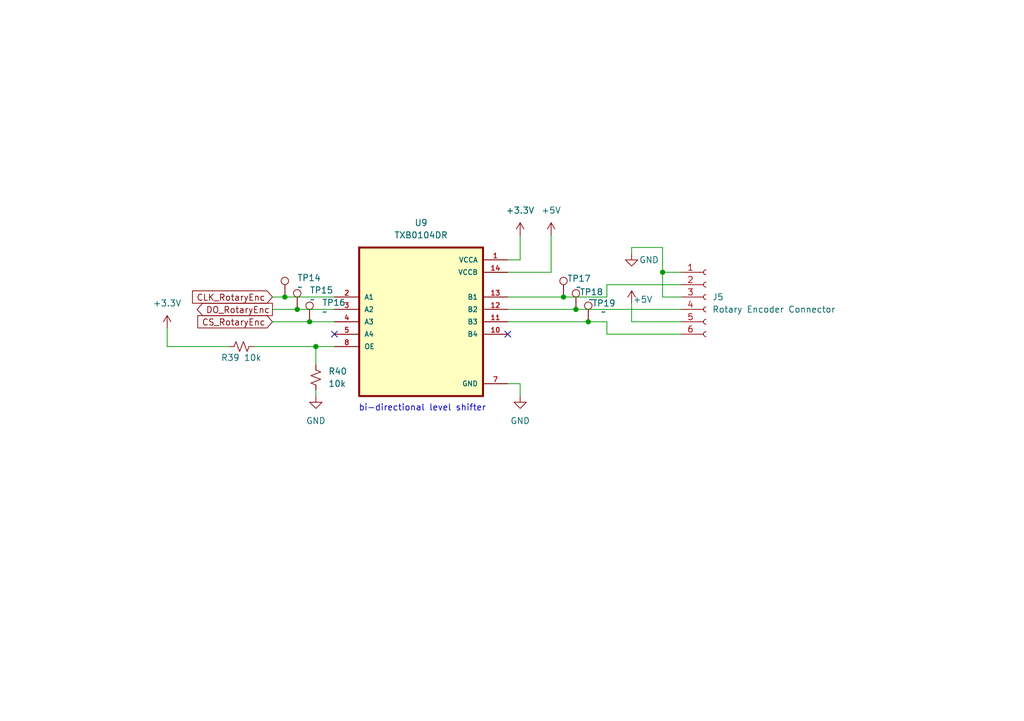
<source format=kicad_sch>
(kicad_sch (version 20231120) (generator "eeschema") (generator_version "8.0")
  (paper "A5")
  (lib_symbols
    (symbol "Connector:Conn_01x06_Socket" (pin_names (offset 1.016) hide)
      (property "Reference" "J" (at 0 7.62 0))
      (property "Value" "Conn_01x06_Socket" (at 0 -10.16 0))
      (symbol "Conn_01x06_Socket_1_1"
        (arc (start 0 -7.112) (mid -0.5058 -7.62) (end 0 -8.128) (stroke (width 0.1524)))
        (arc (start 0 -4.572) (mid -0.5058 -5.08) (end 0 -5.588) (stroke (width 0.1524)))
        (arc (start 0 -2.032) (mid -0.5058 -2.54) (end 0 -3.048) (stroke (width 0.1524)))
        (polyline (pts (xy -1.27 -7.62) (xy -0.508 -7.62)) (stroke (width 0.1524)))
        (polyline (pts (xy -1.27 -5.08) (xy -0.508 -5.08)) (stroke (width 0.1524)))
        (polyline (pts (xy -1.27 -2.54) (xy -0.508 -2.54)) (stroke (width 0.1524)))
        (polyline (pts (xy -1.27 0) (xy -0.508 0)) (stroke (width 0.1524)))
        (polyline (pts (xy -1.27 2.54) (xy -0.508 2.54)) (stroke (width 0.1524)))
        (polyline (pts (xy -1.27 5.08) (xy -0.508 5.08)) (stroke (width 0.1524)))
        (arc (start 0 0.508) (mid -0.5058 0) (end 0 -0.508) (stroke (width 0.1524)))
        (arc (start 0 3.048) (mid -0.5058 2.54) (end 0 2.032) (stroke (width 0.1524)))
        (arc (start 0 5.588) (mid -0.5058 5.08) (end 0 4.572) (stroke (width 0.1524)))
        (pin passive line (at -5.08 5.08 0) (length 3.81) (name "Pin_1") (number "1"))
        (pin passive line (at -5.08 2.54 0) (length 3.81) (name "Pin_2") (number "2"))
        (pin passive line (at -5.08 0 0) (length 3.81) (name "Pin_3") (number "3"))
        (pin passive line (at -5.08 -2.54 0) (length 3.81) (name "Pin_4") (number "4"))
        (pin passive line (at -5.08 -5.08 0) (length 3.81) (name "Pin_5") (number "5"))
        (pin passive line (at -5.08 -7.62 0) (length 3.81) (name "Pin_6") (number "6"))
      )
    )
    (symbol "Connector:TestPoint" (pin_numbers hide) (pin_names (offset 0.762) hide)
      (property "Reference" "TP" (at 0 6.858 0))
      (property "Value" "TestPoint" (at 0 5.08 0))
      (symbol "TestPoint_0_1"
        (circle (center 0 3.302) (radius 0.762))
      )
      (symbol "TestPoint_1_1"
        (pin passive line (at 0 0 90) (length 2.54) (name "1") (number "1"))
      )
    )
    (symbol "Device:R_Small_US" (pin_numbers hide) (pin_names (offset 0.254) hide)
      (property "Reference" "R" (at 0.762 0.508 0))
      (property "Value" "R_Small_US" (at 0.762 -1.016 0))
      (symbol "R_Small_US_1_1"
        (polyline (pts (xy 0 0) (xy 1.016 -0.381) (xy 0 -0.762) (xy -1.016 -1.143) (xy 0 -1.524)))
        (polyline (pts (xy 0 1.524) (xy 1.016 1.143) (xy 0 0.762) (xy -1.016 0.381) (xy 0 0)))
        (pin passive line (at 0 2.54 270) (length 1.016) (name "~") (number "1"))
        (pin passive line (at 0 -2.54 90) (length 1.016) (name "~") (number "2"))
      )
    )
    (symbol "TXB0104DR:TXB0104DR" (pin_names (offset 1.016))
      (property "Reference" "U" (at -12.7 16.24 0))
      (property "Value" "TXB0104DR" (at -12.7 -19.24 0))
      (symbol "TXB0104DR_0_0"
        (rectangle (start -12.7 -15.24) (end 12.7 15.24) (stroke (width 0.41)) (fill (type background)))
        (pin power_in line (at 17.78 12.7 180) (length 5.08) (name "VCCA") (number "1"))
        (pin output line (at 17.78 -2.54 180) (length 5.08) (name "B4") (number "10"))
        (pin output line (at 17.78 0 180) (length 5.08) (name "B3") (number "11"))
        (pin output line (at 17.78 2.54 180) (length 5.08) (name "B2") (number "12"))
        (pin output line (at 17.78 5.08 180) (length 5.08) (name "B1") (number "13"))
        (pin power_in line (at 17.78 10.16 180) (length 5.08) (name "VCCB") (number "14"))
        (pin input line (at -17.78 5.08 0) (length 5.08) (name "A1") (number "2"))
        (pin input line (at -17.78 2.54 0) (length 5.08) (name "A2") (number "3"))
        (pin input line (at -17.78 0 0) (length 5.08) (name "A3") (number "4"))
        (pin input line (at -17.78 -2.54 0) (length 5.08) (name "A4") (number "5"))
        (pin power_in line (at 17.78 -12.7 180) (length 5.08) (name "GND") (number "7"))
        (pin input line (at -17.78 -5.08 0) (length 5.08) (name "OE") (number "8"))
      )
    )
    (symbol "power:+3.3V" (power) (pin_numbers hide) (pin_names (offset 0) hide)
      (property "Value" "+3.3V" (at 0 3.556 0))
      (symbol "+3.3V_0_1"
        (polyline (pts (xy -0.762 1.27) (xy 0 2.54)))
        (polyline (pts (xy 0 0) (xy 0 2.54)))
        (polyline (pts (xy 0 2.54) (xy 0.762 1.27)))
      )
      (symbol "+3.3V_1_1"
        (pin power_in line (at 0 0 90) (length 0) (name "~") (number "1"))
      )
    )
    (symbol "power:+5V" (power) (pin_numbers hide) (pin_names (offset 0) hide)
      (property "Value" "+5V" (at 0 3.556 0))
      (symbol "+5V_0_1"
        (polyline (pts (xy -0.762 1.27) (xy 0 2.54)))
        (polyline (pts (xy 0 0) (xy 0 2.54)))
        (polyline (pts (xy 0 2.54) (xy 0.762 1.27)))
      )
      (symbol "+5V_1_1"
        (pin power_in line (at 0 0 90) (length 0) (name "~") (number "1"))
      )
    )
    (symbol "power:GND" (power) (pin_numbers hide) (pin_names (offset 0) hide)
      (property "Value" "GND" (at 0 -3.81 0))
      (symbol "GND_0_1"
        (polyline (pts (xy 0 0) (xy 0 -1.27) (xy 1.27 -1.27) (xy 0 -2.54) (xy -1.27 -1.27) (xy 0 -1.27)))
      )
      (symbol "GND_1_1"
        (pin power_in line (at 0 0 270) (length 0) (name "~") (number "1"))
      )
    )
  )
  (junction (at 64.77 71.12))
  (junction (at 120.65 66.04))
  (junction (at 60.96 63.5))
  (junction (at 115.57 60.96))
  (junction (at 135.89 55.88))
  (junction (at 63.5 66.04))
  (junction (at 58.42 60.96))
  (junction (at 118.11 63.5))
  (no_connect (at 104.14 68.58))
  (no_connect (at 68.58 68.58))
  (wire (pts (xy 135.89 55.88) (xy 139.7 55.88)))
  (wire (pts (xy 55.88 63.5) (xy 60.96 63.5)))
  (wire (pts (xy 46.99 71.12) (xy 34.29 71.12)))
  (wire (pts (xy 124.46 58.42) (xy 139.7 58.42)))
  (wire (pts (xy 124.46 60.96) (xy 124.46 58.42)))
  (wire (pts (xy 55.88 60.96) (xy 58.42 60.96)))
  (wire (pts (xy 60.96 63.5) (xy 68.58 63.5)))
  (wire (pts (xy 58.42 60.96) (xy 68.58 60.96)))
  (wire (pts (xy 104.14 66.04) (xy 120.65 66.04)))
  (wire (pts (xy 118.11 63.5) (xy 139.7 63.5)))
  (wire (pts (xy 34.29 71.12) (xy 34.29 67.31)))
  (wire (pts (xy 135.89 50.8) (xy 135.89 55.88)))
  (wire (pts (xy 104.14 63.5) (xy 118.11 63.5)))
  (wire (pts (xy 115.57 60.96) (xy 124.46 60.96)))
  (wire (pts (xy 64.77 80.01) (xy 64.77 81.28)))
  (wire (pts (xy 106.68 78.74) (xy 106.68 81.28)))
  (wire (pts (xy 135.89 60.96) (xy 135.89 55.88)))
  (wire (pts (xy 139.7 60.96) (xy 135.89 60.96)))
  (wire (pts (xy 106.68 53.34) (xy 106.68 48.26)))
  (wire (pts (xy 64.77 71.12) (xy 68.58 71.12)))
  (wire (pts (xy 104.14 55.88) (xy 113.03 55.88)))
  (wire (pts (xy 129.54 50.8) (xy 129.54 52.07)))
  (wire (pts (xy 104.14 53.34) (xy 106.68 53.34)))
  (wire (pts (xy 129.54 50.8) (xy 135.89 50.8)))
  (wire (pts (xy 129.54 62.23) (xy 129.54 66.04)))
  (wire (pts (xy 129.54 66.04) (xy 139.7 66.04)))
  (wire (pts (xy 52.07 71.12) (xy 64.77 71.12)))
  (wire (pts (xy 63.5 66.04) (xy 68.58 66.04)))
  (wire (pts (xy 124.46 66.04) (xy 124.46 68.58)))
  (wire (pts (xy 64.77 71.12) (xy 64.77 74.93)))
  (wire (pts (xy 120.65 66.04) (xy 124.46 66.04)))
  (wire (pts (xy 113.03 55.88) (xy 113.03 48.26)))
  (wire (pts (xy 55.88 66.04) (xy 63.5 66.04)))
  (wire (pts (xy 124.46 68.58) (xy 139.7 68.58)))
  (wire (pts (xy 104.14 78.74) (xy 106.68 78.74)))
  (wire (pts (xy 104.14 60.96) (xy 115.57 60.96)))
  (text "bi-directional level shifter" (at 86.614 83.82 0) (effects (font (size 1.27 1.27))))
  (global_label "DO_RotaryEnc" (shape output) (at 55.88 63.5 180) (property "Intersheetrefs" "${INTERSHEET_REFS}" (effects (hide yes))))
  (global_label "CLK_RotaryEnc" (shape input) (at 55.88 60.96 180) (property "Intersheetrefs" "${INTERSHEET_REFS}" (effects (hide yes))))
  (global_label "CS_RotaryEnc" (shape input) (at 55.88 66.04 180) (property "Intersheetrefs" "${INTERSHEET_REFS}" (effects (hide yes))))
  (symbol (lib_id "power:+5V") (at 129.54 62.23 0) (unit 1)
    (property "Reference" "#PWR068" (effects (hide yes)))
    (property "Value" "+5V" (at 131.826 61.468 0))
    (property "Description" "Power symbol creates a global label with name \"+5V\"" (effects (hide yes)))
  )
  (symbol (lib_id "Connector:TestPoint") (at 63.5 66.04 0) (unit 1)
    (property "Reference" "TP16" (at 66.04 62.1029 0) (effects (justify left)))
    (property "Value" "~" (at 66.04 64.008 0) (effects (justify left)))
    (property "Description" "test point" (effects (hide yes)))
  )
  (symbol (lib_id "power:+3.3V") (at 34.29 67.31 0) (unit 1)
    (property "Reference" "#PWR062" (effects (hide yes)))
    (property "Value" "+3.3V" (at 34.29 62.23 0))
    (property "Description" "Power symbol creates a global label with name \"+3.3V\"" (effects (hide yes)))
  )
  (symbol (lib_id "Connector:TestPoint") (at 58.42 60.96 0) (unit 1)
    (property "Reference" "TP14" (at 60.96 57.0229 0) (effects (justify left)))
    (property "Value" "~" (at 60.96 58.928 0) (effects (justify left)))
    (property "Description" "test point" (effects (hide yes)))
  )
  (symbol (lib_id "Device:R_Small_US") (at 64.77 77.47 0) (unit 1)
    (property "Reference" "R40" (at 67.31 76.1999 0) (effects (justify left)))
    (property "Value" "10k" (at 67.31 78.7399 0) (effects (justify left)))
    (property "Description" "Resistor, small US symbol" (effects (hide yes)))
  )
  (symbol (lib_id "Connector:Conn_01x06_Socket") (at 144.78 60.96 0) (unit 1)
    (property "Reference" "J5" (at 146.05 60.9599 0) (effects (justify left)))
    (property "Value" "Rotary Encoder Connector" (at 146.05 63.4999 0) (effects (justify left)))
    (property "Footprint" "Connector_JST:JST_EH_B6B-EH-A_1x06_P2.50mm_Vertical" (effects (hide yes)))
    (property "Description" "Generic connector, single row, 01x06, script generated" (effects (hide yes)))
  )
  (symbol (lib_id "Connector:TestPoint") (at 60.96 63.5 0) (unit 1)
    (property "Reference" "TP15" (at 63.5 59.5629 0) (effects (justify left)))
    (property "Value" "~" (at 63.5 61.468 0) (effects (justify left)))
    (property "Description" "test point" (effects (hide yes)))
  )
  (symbol (lib_id "power:+5V") (at 113.03 48.26 0) (unit 1)
    (property "Reference" "#PWR066" (effects (hide yes)))
    (property "Value" "+5V" (at 113.03 43.18 0))
    (property "Description" "Power symbol creates a global label with name \"+5V\"" (effects (hide yes)))
  )
  (symbol (lib_id "Connector:TestPoint") (at 120.65 66.04 0) (unit 1)
    (property "Reference" "TP19" (at 121.412 62.23 0) (effects (justify left)))
    (property "Value" "~" (at 123.19 64.008 0) (effects (justify left)))
    (property "Description" "test point" (effects (hide yes)))
  )
  (symbol (lib_id "power:GND") (at 129.54 52.07 0) (unit 1)
    (property "Reference" "#PWR067" (effects (hide yes)))
    (property "Value" "GND" (at 131.064 53.34 0) (effects (justify left)))
    (property "Description" "Power symbol creates a global label with name \"GND\" , ground" (effects (hide yes)))
  )
  (symbol (lib_id "power:+3.3V") (at 106.68 48.26 0) (unit 1)
    (property "Reference" "#PWR064" (effects (hide yes)))
    (property "Value" "+3.3V" (at 106.68 43.18 0))
    (property "Description" "Power symbol creates a global label with name \"+3.3V\"" (effects (hide yes)))
  )
  (symbol (lib_id "Connector:TestPoint") (at 118.11 63.5 0) (unit 1)
    (property "Reference" "TP18" (at 118.872 59.944 0) (effects (justify left)))
    (property "Value" "~" (at 120.65 61.468 0) (effects (justify left)))
    (property "Description" "test point" (effects (hide yes)))
  )
  (symbol (lib_id "Device:R_Small_US") (at 49.53 71.12 90) (unit 1)
    (property "Reference" "R39" (at 47.244 73.406 90))
    (property "Value" "10k" (at 51.816 73.406 90))
    (property "Description" "Resistor, small US symbol" (effects (hide yes)))
  )
  (symbol (lib_id "TXB0104DR:TXB0104DR") (at 86.36 66.04 0) (unit 1)
    (property "Reference" "U9" (at 86.36 45.72 0))
    (property "Value" "TXB0104DR" (at 86.36 48.26 0))
    (property "Footprint" "TXB0104DR:SOIC127P600X175-14N" (effects (hide yes)))
    (property "MF" "Texas Instruments" (effects (hide yes)))
    (property "Description_1" "\n4-Bit Bidirectional Voltage-Level Shifter with Auto Direction Sensing and +/-15 kV ESD Protect\n" (effects (hide yes)))
    (property "Package" "SOIC-14 Texas Instruments" (effects (hide yes)))
    (property "Price" "None" (effects (hide yes)))
    (property "SnapEDA_Link" "https://www.snapeda.com/parts/TXB0104DR/Texas+Instruments/view-part/?ref=snap" (effects (hide yes)))
    (property "MP" "TXB0104DR" (effects (hide yes)))
    (property "Availability" "In Stock" (effects (hide yes)))
    (property "Check_prices" "https://www.snapeda.com/parts/TXB0104DR/Texas+Instruments/view-part/?ref=eda" (effects (hide yes)))
  )
  (symbol (lib_id "Connector:TestPoint") (at 115.57 60.96 0) (unit 1)
    (property "Reference" "TP17" (at 116.332 57.15 0) (effects (justify left)))
    (property "Value" "~" (at 118.11 58.928 0) (effects (justify left)))
    (property "Description" "test point" (effects (hide yes)))
  )
  (symbol (lib_id "power:GND") (at 64.77 81.28 0) (unit 1)
    (property "Reference" "#PWR063" (effects (hide yes)))
    (property "Value" "GND" (at 64.77 86.36 0))
    (property "Description" "Power symbol creates a global label with name \"GND\" , ground" (effects (hide yes)))
  )
  (symbol (lib_id "power:GND") (at 106.68 81.28 0) (unit 1)
    (property "Reference" "#PWR065" (effects (hide yes)))
    (property "Value" "GND" (at 106.68 86.36 0))
    (property "Description" "Power symbol creates a global label with name \"GND\" , ground" (effects (hide yes)))
  )
)
</source>
